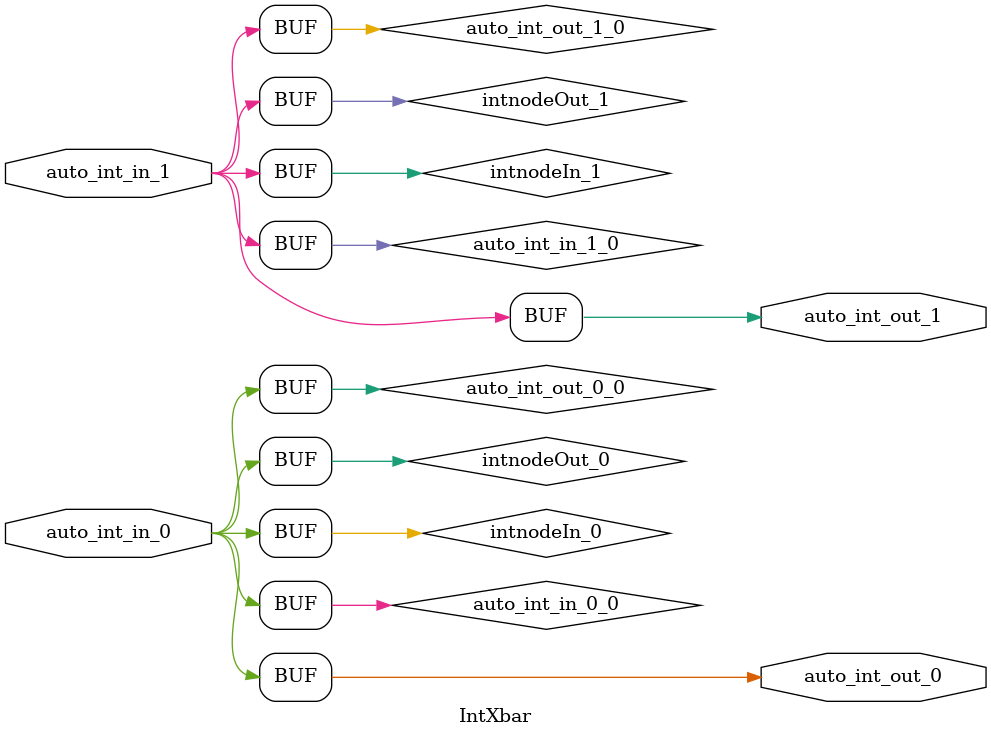
<source format=sv>
`ifndef RANDOMIZE
  `ifdef RANDOMIZE_MEM_INIT
    `define RANDOMIZE
  `endif // RANDOMIZE_MEM_INIT
`endif // not def RANDOMIZE
`ifndef RANDOMIZE
  `ifdef RANDOMIZE_REG_INIT
    `define RANDOMIZE
  `endif // RANDOMIZE_REG_INIT
`endif // not def RANDOMIZE

`ifndef RANDOM
  `define RANDOM $random
`endif // not def RANDOM

// Users can define INIT_RANDOM as general code that gets injected into the
// initializer block for modules with registers.
`ifndef INIT_RANDOM
  `define INIT_RANDOM
`endif // not def INIT_RANDOM

// If using random initialization, you can also define RANDOMIZE_DELAY to
// customize the delay used, otherwise 0.002 is used.
`ifndef RANDOMIZE_DELAY
  `define RANDOMIZE_DELAY 0.002
`endif // not def RANDOMIZE_DELAY

// Define INIT_RANDOM_PROLOG_ for use in our modules below.
`ifndef INIT_RANDOM_PROLOG_
  `ifdef RANDOMIZE
    `ifdef VERILATOR
      `define INIT_RANDOM_PROLOG_ `INIT_RANDOM
    `else  // VERILATOR
      `define INIT_RANDOM_PROLOG_ `INIT_RANDOM #`RANDOMIZE_DELAY begin end
    `endif // VERILATOR
  `else  // RANDOMIZE
    `define INIT_RANDOM_PROLOG_
  `endif // RANDOMIZE
`endif // not def INIT_RANDOM_PROLOG_

// Include register initializers in init blocks unless synthesis is set
`ifndef SYNTHESIS
  `ifndef ENABLE_INITIAL_REG_
    `define ENABLE_INITIAL_REG_
  `endif // not def ENABLE_INITIAL_REG_
`endif // not def SYNTHESIS

// Include rmemory initializers in init blocks unless synthesis is set
`ifndef SYNTHESIS
  `ifndef ENABLE_INITIAL_MEM_
    `define ENABLE_INITIAL_MEM_
  `endif // not def ENABLE_INITIAL_MEM_
`endif // not def SYNTHESIS

// Standard header to adapt well known macros for prints and assertions.

// Users can define 'PRINTF_COND' to add an extra gate to prints.
`ifndef PRINTF_COND_
  `ifdef PRINTF_COND
    `define PRINTF_COND_ (`PRINTF_COND)
  `else  // PRINTF_COND
    `define PRINTF_COND_ 1
  `endif // PRINTF_COND
`endif // not def PRINTF_COND_

// Users can define 'ASSERT_VERBOSE_COND' to add an extra gate to assert error printing.
`ifndef ASSERT_VERBOSE_COND_
  `ifdef ASSERT_VERBOSE_COND
    `define ASSERT_VERBOSE_COND_ (`ASSERT_VERBOSE_COND)
  `else  // ASSERT_VERBOSE_COND
    `define ASSERT_VERBOSE_COND_ 1
  `endif // ASSERT_VERBOSE_COND
`endif // not def ASSERT_VERBOSE_COND_

// Users can define 'STOP_COND' to add an extra gate to stop conditions.
`ifndef STOP_COND_
  `ifdef STOP_COND
    `define STOP_COND_ (`STOP_COND)
  `else  // STOP_COND
    `define STOP_COND_ 1
  `endif // STOP_COND
`endif // not def STOP_COND_

module IntXbar(
  input  auto_int_in_0,	// src/main/scala/diplomacy/LazyModule.scala:374:18
         auto_int_in_1,	// src/main/scala/diplomacy/LazyModule.scala:374:18
  output auto_int_out_0,	// src/main/scala/diplomacy/LazyModule.scala:374:18
         auto_int_out_1	// src/main/scala/diplomacy/LazyModule.scala:374:18
);

  wire auto_int_in_0_0 = auto_int_in_0;
  wire auto_int_in_1_0 = auto_int_in_1;
  wire intnodeIn_0 = auto_int_in_0_0;	// src/main/scala/diplomacy/Nodes.scala:1214:17
  wire intnodeIn_1 = auto_int_in_1_0;	// src/main/scala/diplomacy/Nodes.scala:1214:17
  wire intnodeOut_0;	// src/main/scala/diplomacy/Nodes.scala:1205:17
  wire intnodeOut_1;	// src/main/scala/diplomacy/Nodes.scala:1205:17
  assign intnodeOut_0 = intnodeIn_0;	// src/main/scala/diplomacy/Nodes.scala:1205:17, :1214:17
  assign intnodeOut_1 = intnodeIn_1;	// src/main/scala/diplomacy/Nodes.scala:1205:17, :1214:17
  wire auto_int_out_0_0 = intnodeOut_0;	// src/main/scala/diplomacy/Nodes.scala:1205:17
  wire auto_int_out_1_0 = intnodeOut_1;	// src/main/scala/diplomacy/Nodes.scala:1205:17
  assign auto_int_out_0 = auto_int_out_0_0;
  assign auto_int_out_1 = auto_int_out_1_0;
endmodule


</source>
